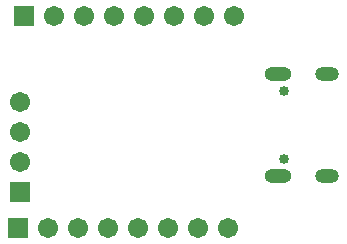
<source format=gbs>
%FSLAX25Y25*%
%MOIN*%
G70*
G01*
G75*
G04 Layer_Color=16711935*
%ADD10O,0.01575X0.05906*%
%ADD11R,0.01575X0.05906*%
%ADD12R,0.03937X0.04331*%
%ADD13R,0.03000X0.03000*%
%ADD14R,0.02756X0.03543*%
%ADD15R,0.07480X0.02362*%
%ADD16R,0.04528X0.01181*%
%ADD17R,0.04528X0.02362*%
%ADD18R,0.04724X0.03937*%
%ADD19R,0.04528X0.05512*%
%ADD20R,0.03000X0.03000*%
%ADD21R,0.04331X0.03937*%
%ADD22C,0.00600*%
%ADD23C,0.01000*%
%ADD24O,0.08263X0.03937*%
%ADD25O,0.07082X0.03937*%
%ADD26C,0.02559*%
%ADD27C,0.05906*%
%ADD28R,0.05906X0.05906*%
%ADD29R,0.05906X0.05906*%
%ADD30C,0.02000*%
%ADD31C,0.00394*%
%ADD32C,0.02362*%
%ADD33C,0.00984*%
%ADD34C,0.01181*%
%ADD35C,0.00787*%
%ADD36C,0.00197*%
%ADD37C,0.00800*%
%ADD38C,0.00100*%
%ADD39C,0.00300*%
%ADD40O,0.02375X0.06706*%
%ADD41R,0.02375X0.06706*%
%ADD42R,0.04737X0.05131*%
%ADD43R,0.03800X0.03800*%
%ADD44R,0.03556X0.04343*%
%ADD45R,0.08280X0.03162*%
%ADD46R,0.05328X0.01981*%
%ADD47R,0.05328X0.03162*%
%ADD48R,0.05524X0.04737*%
%ADD49R,0.05328X0.06312*%
%ADD50R,0.03800X0.03800*%
%ADD51R,0.05131X0.04737*%
%ADD52O,0.09063X0.04737*%
%ADD53O,0.07882X0.04737*%
%ADD54C,0.03359*%
%ADD55C,0.06706*%
%ADD56R,0.06706X0.06706*%
%ADD57R,0.06706X0.06706*%
D52*
X558763Y198592D02*
D03*
X558763Y232608D02*
D03*
D53*
X575101Y198592D02*
D03*
X575101Y232608D02*
D03*
D54*
X560731Y204222D02*
D03*
Y226978D02*
D03*
D55*
X544000Y252000D02*
D03*
X534000D02*
D03*
X524000D02*
D03*
X514000D02*
D03*
X504000D02*
D03*
X494000D02*
D03*
X484000D02*
D03*
X472800Y203200D02*
D03*
Y213200D02*
D03*
Y223200D02*
D03*
X542200Y181200D02*
D03*
X532200D02*
D03*
X522200D02*
D03*
X512200D02*
D03*
X502200D02*
D03*
X492200D02*
D03*
X482200D02*
D03*
D56*
X474000Y252000D02*
D03*
X472200Y181200D02*
D03*
D57*
X472800Y193200D02*
D03*
M02*

</source>
